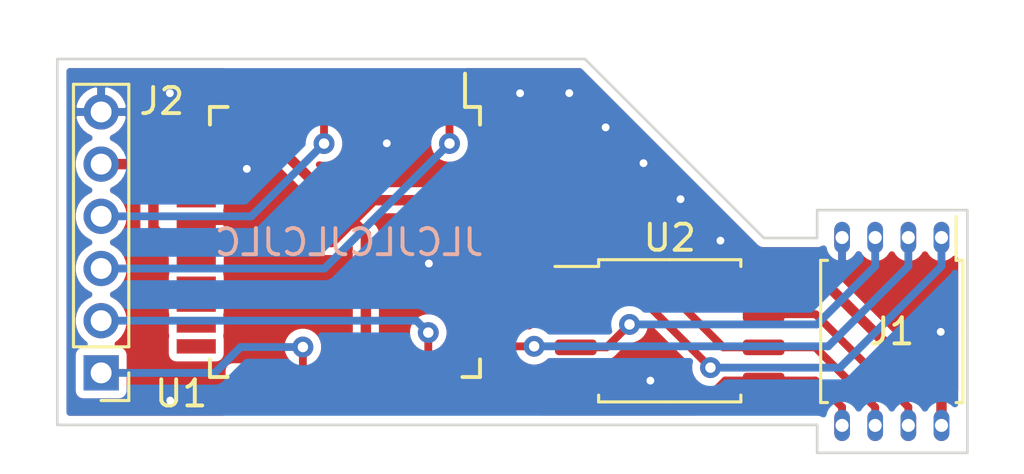
<source format=kicad_pcb>
(kicad_pcb (version 20171130) (host pcbnew "(5.1.9)-1")

  (general
    (thickness 1.6)
    (drawings 11)
    (tracks 98)
    (zones 0)
    (modules 4)
    (nets 39)
  )

  (page A4)
  (layers
    (0 F.Cu signal)
    (31 B.Cu signal)
    (32 B.Adhes user)
    (33 F.Adhes user)
    (34 B.Paste user)
    (35 F.Paste user)
    (36 B.SilkS user)
    (37 F.SilkS user)
    (38 B.Mask user)
    (39 F.Mask user)
    (40 Dwgs.User user)
    (41 Cmts.User user)
    (42 Eco1.User user)
    (43 Eco2.User user)
    (44 Edge.Cuts user)
    (45 Margin user)
    (46 B.CrtYd user)
    (47 F.CrtYd user)
    (48 B.Fab user)
    (49 F.Fab user)
  )

  (setup
    (last_trace_width 0.3)
    (user_trace_width 0.3)
    (user_trace_width 0.4)
    (trace_clearance 0.2)
    (zone_clearance 0.35)
    (zone_45_only no)
    (trace_min 0.2)
    (via_size 0.8)
    (via_drill 0.4)
    (via_min_size 0.4)
    (via_min_drill 0.3)
    (uvia_size 0.3)
    (uvia_drill 0.1)
    (uvias_allowed no)
    (uvia_min_size 0.2)
    (uvia_min_drill 0.1)
    (edge_width 0.05)
    (segment_width 0.2)
    (pcb_text_width 0.3)
    (pcb_text_size 1.5 1.5)
    (mod_edge_width 0.12)
    (mod_text_size 1 1)
    (mod_text_width 0.15)
    (pad_size 1.524 1.524)
    (pad_drill 0.762)
    (pad_to_mask_clearance 0)
    (aux_axis_origin 0 0)
    (visible_elements 7FFFFFFF)
    (pcbplotparams
      (layerselection 0x010fc_ffffffff)
      (usegerberextensions false)
      (usegerberattributes true)
      (usegerberadvancedattributes true)
      (creategerberjobfile true)
      (excludeedgelayer true)
      (linewidth 0.100000)
      (plotframeref false)
      (viasonmask false)
      (mode 1)
      (useauxorigin false)
      (hpglpennumber 1)
      (hpglpenspeed 20)
      (hpglpendiameter 15.000000)
      (psnegative false)
      (psa4output false)
      (plotreference true)
      (plotvalue true)
      (plotinvisibletext false)
      (padsonsilk false)
      (subtractmaskfromsilk false)
      (outputformat 1)
      (mirror false)
      (drillshape 1)
      (scaleselection 1)
      (outputdirectory ""))
  )

  (net 0 "")
  (net 1 VCC)
  (net 2 /HOLD)
  (net 3 /SCLK)
  (net 4 /FROM_CPU)
  (net 5 GND)
  (net 6 /WP)
  (net 7 /TO_CPU)
  (net 8 /CS)
  (net 9 /TCK)
  (net 10 /TDO)
  (net 11 /TDI)
  (net 12 /TMS)
  (net 13 "Net-(U1-Pad2)")
  (net 14 "Net-(U1-Pad3)")
  (net 15 "Net-(U1-Pad5)")
  (net 16 "Net-(U1-Pad6)")
  (net 17 "Net-(U1-Pad8)")
  (net 18 "Net-(U1-Pad10)")
  (net 19 "Net-(U1-Pad12)")
  (net 20 "Net-(U1-Pad13)")
  (net 21 "Net-(U1-Pad14)")
  (net 22 "Net-(U1-Pad15)")
  (net 23 "Net-(U1-Pad18)")
  (net 24 "Net-(U1-Pad19)")
  (net 25 "Net-(U1-Pad20)")
  (net 26 "Net-(U1-Pad21)")
  (net 27 "Net-(U1-Pad22)")
  (net 28 "Net-(U1-Pad23)")
  (net 29 "Net-(U1-Pad25)")
  (net 30 "Net-(U1-Pad27)")
  (net 31 "Net-(U1-Pad28)")
  (net 32 "Net-(U1-Pad31)")
  (net 33 /FROM_FLASH)
  (net 34 "Net-(U1-Pad39)")
  (net 35 "Net-(U1-Pad40)")
  (net 36 "Net-(U1-Pad42)")
  (net 37 "Net-(U1-Pad43)")
  (net 38 "Net-(U1-Pad44)")

  (net_class Default "This is the default net class."
    (clearance 0.2)
    (trace_width 0.25)
    (via_dia 0.8)
    (via_drill 0.4)
    (uvia_dia 0.3)
    (uvia_drill 0.1)
    (add_net /CS)
    (add_net /FROM_CPU)
    (add_net /FROM_FLASH)
    (add_net /HOLD)
    (add_net /SCLK)
    (add_net /TCK)
    (add_net /TDI)
    (add_net /TDO)
    (add_net /TMS)
    (add_net /TO_CPU)
    (add_net /WP)
    (add_net GND)
    (add_net "Net-(U1-Pad10)")
    (add_net "Net-(U1-Pad12)")
    (add_net "Net-(U1-Pad13)")
    (add_net "Net-(U1-Pad14)")
    (add_net "Net-(U1-Pad15)")
    (add_net "Net-(U1-Pad18)")
    (add_net "Net-(U1-Pad19)")
    (add_net "Net-(U1-Pad2)")
    (add_net "Net-(U1-Pad20)")
    (add_net "Net-(U1-Pad21)")
    (add_net "Net-(U1-Pad22)")
    (add_net "Net-(U1-Pad23)")
    (add_net "Net-(U1-Pad25)")
    (add_net "Net-(U1-Pad27)")
    (add_net "Net-(U1-Pad28)")
    (add_net "Net-(U1-Pad3)")
    (add_net "Net-(U1-Pad31)")
    (add_net "Net-(U1-Pad39)")
    (add_net "Net-(U1-Pad40)")
    (add_net "Net-(U1-Pad42)")
    (add_net "Net-(U1-Pad43)")
    (add_net "Net-(U1-Pad44)")
    (add_net "Net-(U1-Pad5)")
    (add_net "Net-(U1-Pad6)")
    (add_net "Net-(U1-Pad8)")
    (add_net VCC)
  )

  (module Package_SO_Custom:SOIC-8-PAD_5.23x5.23mm_P1.27mm (layer F.Cu) (tedit 60449212) (tstamp 604482F5)
    (at 175.006 101.8032 270)
    (descr "SOIC, 8 Pin (http://www.winbond.com/resource-files/w25q32jv%20revg%2003272018%20plus.pdf#page=68), generated with kicad-footprint-generator ipc_gullwing_generator.py")
    (tags "SOIC SO")
    (path /6045B8D9)
    (attr smd)
    (fp_text reference J1 (at 0.00254 -0.00508 180) (layer F.SilkS)
      (effects (font (size 1 1) (thickness 0.15)))
    )
    (fp_text value SOIC8-PAD (at -0.0254 -3.81 90) (layer F.Fab) hide
      (effects (font (size 1 1) (thickness 0.15)))
    )
    (fp_line (start 4.65 -2.86) (end -4.65 -2.86) (layer F.CrtYd) (width 0.05))
    (fp_line (start 4.65 2.86) (end 4.65 -2.86) (layer F.CrtYd) (width 0.05))
    (fp_line (start -4.65 2.86) (end 4.65 2.86) (layer F.CrtYd) (width 0.05))
    (fp_line (start -4.65 -2.86) (end -4.65 2.86) (layer F.CrtYd) (width 0.05))
    (fp_line (start -2.615 -1.615) (end -1.615 -2.615) (layer F.Fab) (width 0.1))
    (fp_line (start -2.615 2.615) (end -2.615 -1.615) (layer F.Fab) (width 0.1))
    (fp_line (start 2.615 2.615) (end -2.615 2.615) (layer F.Fab) (width 0.1))
    (fp_line (start 2.615 -2.615) (end 2.615 2.615) (layer F.Fab) (width 0.1))
    (fp_line (start -1.615 -2.615) (end 2.615 -2.615) (layer F.Fab) (width 0.1))
    (fp_line (start -2.725 -2.465) (end -4.4 -2.465) (layer F.SilkS) (width 0.12))
    (fp_line (start -2.725 -2.725) (end -2.725 -2.465) (layer F.SilkS) (width 0.12))
    (fp_line (start 0 -2.725) (end -2.725 -2.725) (layer F.SilkS) (width 0.12))
    (fp_line (start 2.725 -2.725) (end 2.725 -2.465) (layer F.SilkS) (width 0.12))
    (fp_line (start 0 -2.725) (end 2.725 -2.725) (layer F.SilkS) (width 0.12))
    (fp_line (start -2.725 2.725) (end -2.725 2.465) (layer F.SilkS) (width 0.12))
    (fp_line (start 0 2.725) (end -2.725 2.725) (layer F.SilkS) (width 0.12))
    (fp_line (start 2.725 2.725) (end 2.725 2.465) (layer F.SilkS) (width 0.12))
    (fp_line (start 0 2.725) (end 2.725 2.725) (layer F.SilkS) (width 0.12))
    (fp_text user %R (at 0 0 180) (layer F.Fab)
      (effects (font (size 1 1) (thickness 0.15)))
    )
    (pad 8 thru_hole oval (at 3.6 -1.905 270) (size 1.2 0.6) (drill 0.5) (layers *.Cu *.Mask)
      (net 1 VCC))
    (pad 7 thru_hole oval (at 3.6 -0.635 270) (size 1.2 0.6) (drill 0.5) (layers *.Cu *.Mask)
      (net 2 /HOLD))
    (pad 6 thru_hole oval (at 3.6 0.635 270) (size 1.2 0.6) (drill 0.5) (layers *.Cu *.Mask)
      (net 3 /SCLK))
    (pad 5 thru_hole oval (at 3.6 1.905 270) (size 1.2 0.6) (drill 0.5) (layers *.Cu *.Mask)
      (net 4 /FROM_CPU))
    (pad 4 thru_hole oval (at -3.6 1.905 270) (size 1.2 0.6) (drill 0.5) (layers *.Cu *.Mask)
      (net 5 GND))
    (pad 3 thru_hole oval (at -3.6 0.635 270) (size 1.2 0.6) (drill 0.5) (layers *.Cu *.Mask)
      (net 6 /WP))
    (pad 2 thru_hole oval (at -3.6 -0.635 270) (size 1.2 0.6) (drill 0.5) (layers *.Cu *.Mask)
      (net 7 /TO_CPU))
    (pad 1 thru_hole oval (at -3.6 -1.905 270) (size 1.2 0.6) (drill 0.5) (layers *.Cu *.Mask)
      (net 8 /CS))
    (model ${KISYS3DMOD}/Package_SO.3dshapes/SOIC-8_5.23x5.23mm_P1.27mm.wrl
      (at (xyz 0 0 0))
      (scale (xyz 1 1 1))
      (rotate (xyz 0 0 0))
    )
  )

  (module Connector_PinHeader_2.00mm:PinHeader_1x06_P2.00mm_Vertical (layer F.Cu) (tedit 59FED667) (tstamp 6044830F)
    (at 144.70634 103.3907 180)
    (descr "Through hole straight pin header, 1x06, 2.00mm pitch, single row")
    (tags "Through hole pin header THT 1x06 2.00mm single row")
    (path /604AF206)
    (fp_text reference J2 (at -2.32664 10.41146) (layer F.SilkS)
      (effects (font (size 1 1) (thickness 0.15)))
    )
    (fp_text value Conn_01x06 (at 2.66192 5.0038 90) (layer F.Fab) hide
      (effects (font (size 1 1) (thickness 0.15)))
    )
    (fp_line (start 1.5 -1.5) (end -1.5 -1.5) (layer F.CrtYd) (width 0.05))
    (fp_line (start 1.5 11.5) (end 1.5 -1.5) (layer F.CrtYd) (width 0.05))
    (fp_line (start -1.5 11.5) (end 1.5 11.5) (layer F.CrtYd) (width 0.05))
    (fp_line (start -1.5 -1.5) (end -1.5 11.5) (layer F.CrtYd) (width 0.05))
    (fp_line (start -1.06 -1.06) (end 0 -1.06) (layer F.SilkS) (width 0.12))
    (fp_line (start -1.06 0) (end -1.06 -1.06) (layer F.SilkS) (width 0.12))
    (fp_line (start -1.06 1) (end 1.06 1) (layer F.SilkS) (width 0.12))
    (fp_line (start 1.06 1) (end 1.06 11.06) (layer F.SilkS) (width 0.12))
    (fp_line (start -1.06 1) (end -1.06 11.06) (layer F.SilkS) (width 0.12))
    (fp_line (start -1.06 11.06) (end 1.06 11.06) (layer F.SilkS) (width 0.12))
    (fp_line (start -1 -0.5) (end -0.5 -1) (layer F.Fab) (width 0.1))
    (fp_line (start -1 11) (end -1 -0.5) (layer F.Fab) (width 0.1))
    (fp_line (start 1 11) (end -1 11) (layer F.Fab) (width 0.1))
    (fp_line (start 1 -1) (end 1 11) (layer F.Fab) (width 0.1))
    (fp_line (start -0.5 -1) (end 1 -1) (layer F.Fab) (width 0.1))
    (fp_text user %R (at 0 5 90) (layer F.Fab)
      (effects (font (size 1 1) (thickness 0.15)))
    )
    (pad 6 thru_hole oval (at 0 10 180) (size 1.35 1.35) (drill 0.8) (layers *.Cu *.Mask)
      (net 5 GND))
    (pad 5 thru_hole oval (at 0 8 180) (size 1.35 1.35) (drill 0.8) (layers *.Cu *.Mask)
      (net 1 VCC))
    (pad 4 thru_hole oval (at 0 6 180) (size 1.35 1.35) (drill 0.8) (layers *.Cu *.Mask)
      (net 12 /TMS))
    (pad 3 thru_hole oval (at 0 4 180) (size 1.35 1.35) (drill 0.8) (layers *.Cu *.Mask)
      (net 11 /TDI))
    (pad 2 thru_hole oval (at 0 2 180) (size 1.35 1.35) (drill 0.8) (layers *.Cu *.Mask)
      (net 10 /TDO))
    (pad 1 thru_hole rect (at 0 0 180) (size 1.35 1.35) (drill 0.8) (layers *.Cu *.Mask)
      (net 9 /TCK))
    (model ${KISYS3DMOD}/Connector_PinHeader_2.00mm.3dshapes/PinHeader_1x06_P2.00mm_Vertical.wrl
      (at (xyz 0 0 0))
      (scale (xyz 1 1 1))
      (rotate (xyz 0 0 0))
    )
  )

  (module Package_QFP:TQFP-44_10x10mm_P0.8mm (layer F.Cu) (tedit 5A02F146) (tstamp 6045D55F)
    (at 154.051 98.3742 270)
    (descr "44-Lead Plastic Thin Quad Flatpack (PT) - 10x10x1.0 mm Body [TQFP] (see Microchip Packaging Specification 00000049BS.pdf)")
    (tags "QFP 0.8")
    (path /604D86E6)
    (attr smd)
    (fp_text reference U1 (at 5.80898 6.27888 180) (layer F.SilkS)
      (effects (font (size 1 1) (thickness 0.15)))
    )
    (fp_text value EPM3032ATC44-10_TQFP-44 (at -7.84606 0.02032 180) (layer F.Fab) hide
      (effects (font (size 1 1) (thickness 0.15)))
    )
    (fp_line (start -5.175 -4.6) (end -6.45 -4.6) (layer F.SilkS) (width 0.15))
    (fp_line (start 5.175 -5.175) (end 4.5 -5.175) (layer F.SilkS) (width 0.15))
    (fp_line (start 5.175 5.175) (end 4.5 5.175) (layer F.SilkS) (width 0.15))
    (fp_line (start -5.175 5.175) (end -4.5 5.175) (layer F.SilkS) (width 0.15))
    (fp_line (start -5.175 -5.175) (end -4.5 -5.175) (layer F.SilkS) (width 0.15))
    (fp_line (start -5.175 5.175) (end -5.175 4.5) (layer F.SilkS) (width 0.15))
    (fp_line (start 5.175 5.175) (end 5.175 4.5) (layer F.SilkS) (width 0.15))
    (fp_line (start 5.175 -5.175) (end 5.175 -4.5) (layer F.SilkS) (width 0.15))
    (fp_line (start -5.175 -5.175) (end -5.175 -4.6) (layer F.SilkS) (width 0.15))
    (fp_line (start -6.7 6.7) (end 6.7 6.7) (layer F.CrtYd) (width 0.05))
    (fp_line (start -6.7 -6.7) (end 6.7 -6.7) (layer F.CrtYd) (width 0.05))
    (fp_line (start 6.7 -6.7) (end 6.7 6.7) (layer F.CrtYd) (width 0.05))
    (fp_line (start -6.7 -6.7) (end -6.7 6.7) (layer F.CrtYd) (width 0.05))
    (fp_line (start -5 -4) (end -4 -5) (layer F.Fab) (width 0.15))
    (fp_line (start -5 5) (end -5 -4) (layer F.Fab) (width 0.15))
    (fp_line (start 5 5) (end -5 5) (layer F.Fab) (width 0.15))
    (fp_line (start 5 -5) (end 5 5) (layer F.Fab) (width 0.15))
    (fp_line (start -4 -5) (end 5 -5) (layer F.Fab) (width 0.15))
    (fp_text user %R (at 0 0 180) (layer F.Fab)
      (effects (font (size 1 1) (thickness 0.15)))
    )
    (pad 44 smd rect (at -4 -5.7) (size 1.5 0.55) (layers F.Cu F.Paste F.Mask)
      (net 38 "Net-(U1-Pad44)"))
    (pad 43 smd rect (at -3.2 -5.7) (size 1.5 0.55) (layers F.Cu F.Paste F.Mask)
      (net 37 "Net-(U1-Pad43)"))
    (pad 42 smd rect (at -2.4 -5.7) (size 1.5 0.55) (layers F.Cu F.Paste F.Mask)
      (net 36 "Net-(U1-Pad42)"))
    (pad 41 smd rect (at -1.6 -5.7) (size 1.5 0.55) (layers F.Cu F.Paste F.Mask)
      (net 1 VCC))
    (pad 40 smd rect (at -0.8 -5.7) (size 1.5 0.55) (layers F.Cu F.Paste F.Mask)
      (net 35 "Net-(U1-Pad40)"))
    (pad 39 smd rect (at 0 -5.7) (size 1.5 0.55) (layers F.Cu F.Paste F.Mask)
      (net 34 "Net-(U1-Pad39)"))
    (pad 38 smd rect (at 0.8 -5.7) (size 1.5 0.55) (layers F.Cu F.Paste F.Mask)
      (net 3 /SCLK))
    (pad 37 smd rect (at 1.6 -5.7) (size 1.5 0.55) (layers F.Cu F.Paste F.Mask)
      (net 8 /CS))
    (pad 36 smd rect (at 2.4 -5.7) (size 1.5 0.55) (layers F.Cu F.Paste F.Mask)
      (net 5 GND))
    (pad 35 smd rect (at 3.2 -5.7) (size 1.5 0.55) (layers F.Cu F.Paste F.Mask)
      (net 33 /FROM_FLASH))
    (pad 34 smd rect (at 4 -5.7) (size 1.5 0.55) (layers F.Cu F.Paste F.Mask)
      (net 7 /TO_CPU))
    (pad 33 smd rect (at 5.7 -4 270) (size 1.5 0.55) (layers F.Cu F.Paste F.Mask)
      (net 4 /FROM_CPU))
    (pad 32 smd rect (at 5.7 -3.2 270) (size 1.5 0.55) (layers F.Cu F.Paste F.Mask)
      (net 10 /TDO))
    (pad 31 smd rect (at 5.7 -2.4 270) (size 1.5 0.55) (layers F.Cu F.Paste F.Mask)
      (net 32 "Net-(U1-Pad31)"))
    (pad 30 smd rect (at 5.7 -1.6 270) (size 1.5 0.55) (layers F.Cu F.Paste F.Mask)
      (net 5 GND))
    (pad 29 smd rect (at 5.7 -0.8 270) (size 1.5 0.55) (layers F.Cu F.Paste F.Mask)
      (net 1 VCC))
    (pad 28 smd rect (at 5.7 0 270) (size 1.5 0.55) (layers F.Cu F.Paste F.Mask)
      (net 31 "Net-(U1-Pad28)"))
    (pad 27 smd rect (at 5.7 0.8 270) (size 1.5 0.55) (layers F.Cu F.Paste F.Mask)
      (net 30 "Net-(U1-Pad27)"))
    (pad 26 smd rect (at 5.7 1.6 270) (size 1.5 0.55) (layers F.Cu F.Paste F.Mask)
      (net 9 /TCK))
    (pad 25 smd rect (at 5.7 2.4 270) (size 1.5 0.55) (layers F.Cu F.Paste F.Mask)
      (net 29 "Net-(U1-Pad25)"))
    (pad 24 smd rect (at 5.7 3.2 270) (size 1.5 0.55) (layers F.Cu F.Paste F.Mask)
      (net 5 GND))
    (pad 23 smd rect (at 5.7 4 270) (size 1.5 0.55) (layers F.Cu F.Paste F.Mask)
      (net 28 "Net-(U1-Pad23)"))
    (pad 22 smd rect (at 4 5.7) (size 1.5 0.55) (layers F.Cu F.Paste F.Mask)
      (net 27 "Net-(U1-Pad22)"))
    (pad 21 smd rect (at 3.2 5.7) (size 1.5 0.55) (layers F.Cu F.Paste F.Mask)
      (net 26 "Net-(U1-Pad21)"))
    (pad 20 smd rect (at 2.4 5.7) (size 1.5 0.55) (layers F.Cu F.Paste F.Mask)
      (net 25 "Net-(U1-Pad20)"))
    (pad 19 smd rect (at 1.6 5.7) (size 1.5 0.55) (layers F.Cu F.Paste F.Mask)
      (net 24 "Net-(U1-Pad19)"))
    (pad 18 smd rect (at 0.8 5.7) (size 1.5 0.55) (layers F.Cu F.Paste F.Mask)
      (net 23 "Net-(U1-Pad18)"))
    (pad 17 smd rect (at 0 5.7) (size 1.5 0.55) (layers F.Cu F.Paste F.Mask)
      (net 1 VCC))
    (pad 16 smd rect (at -0.8 5.7) (size 1.5 0.55) (layers F.Cu F.Paste F.Mask)
      (net 5 GND))
    (pad 15 smd rect (at -1.6 5.7) (size 1.5 0.55) (layers F.Cu F.Paste F.Mask)
      (net 22 "Net-(U1-Pad15)"))
    (pad 14 smd rect (at -2.4 5.7) (size 1.5 0.55) (layers F.Cu F.Paste F.Mask)
      (net 21 "Net-(U1-Pad14)"))
    (pad 13 smd rect (at -3.2 5.7) (size 1.5 0.55) (layers F.Cu F.Paste F.Mask)
      (net 20 "Net-(U1-Pad13)"))
    (pad 12 smd rect (at -4 5.7) (size 1.5 0.55) (layers F.Cu F.Paste F.Mask)
      (net 19 "Net-(U1-Pad12)"))
    (pad 11 smd rect (at -5.7 4 270) (size 1.5 0.55) (layers F.Cu F.Paste F.Mask)
      (net 5 GND))
    (pad 10 smd rect (at -5.7 3.2 270) (size 1.5 0.55) (layers F.Cu F.Paste F.Mask)
      (net 18 "Net-(U1-Pad10)"))
    (pad 9 smd rect (at -5.7 2.4 270) (size 1.5 0.55) (layers F.Cu F.Paste F.Mask)
      (net 1 VCC))
    (pad 8 smd rect (at -5.7 1.6 270) (size 1.5 0.55) (layers F.Cu F.Paste F.Mask)
      (net 17 "Net-(U1-Pad8)"))
    (pad 7 smd rect (at -5.7 0.8 270) (size 1.5 0.55) (layers F.Cu F.Paste F.Mask)
      (net 12 /TMS))
    (pad 6 smd rect (at -5.7 0 270) (size 1.5 0.55) (layers F.Cu F.Paste F.Mask)
      (net 16 "Net-(U1-Pad6)"))
    (pad 5 smd rect (at -5.7 -0.8 270) (size 1.5 0.55) (layers F.Cu F.Paste F.Mask)
      (net 15 "Net-(U1-Pad5)"))
    (pad 4 smd rect (at -5.7 -1.6 270) (size 1.5 0.55) (layers F.Cu F.Paste F.Mask)
      (net 5 GND))
    (pad 3 smd rect (at -5.7 -2.4 270) (size 1.5 0.55) (layers F.Cu F.Paste F.Mask)
      (net 14 "Net-(U1-Pad3)"))
    (pad 2 smd rect (at -5.7 -3.2 270) (size 1.5 0.55) (layers F.Cu F.Paste F.Mask)
      (net 13 "Net-(U1-Pad2)"))
    (pad 1 smd rect (at -5.7 -4 270) (size 1.5 0.55) (layers F.Cu F.Paste F.Mask)
      (net 11 /TDI))
    (model ${KISYS3DMOD}/Package_QFP.3dshapes/TQFP-44_10x10mm_P0.8mm.wrl
      (at (xyz 0 0 0))
      (scale (xyz 1 1 1))
      (rotate (xyz 0 0 0))
    )
  )

  (module Package_SO:SOIC-8_5.23x5.23mm_P1.27mm (layer F.Cu) (tedit 5D9F72B1) (tstamp 60448371)
    (at 166.497 101.7778)
    (descr "SOIC, 8 Pin (http://www.winbond.com/resource-files/w25q32jv%20revg%2003272018%20plus.pdf#page=68), generated with kicad-footprint-generator ipc_gullwing_generator.py")
    (tags "SOIC SO")
    (path /6045C85F)
    (attr smd)
    (fp_text reference U2 (at 0 -3.56) (layer F.SilkS)
      (effects (font (size 1 1) (thickness 0.15)))
    )
    (fp_text value W25Q128JVS (at 0.00508 4.39674) (layer F.Fab) hide
      (effects (font (size 1 1) (thickness 0.15)))
    )
    (fp_line (start 4.65 -2.86) (end -4.65 -2.86) (layer F.CrtYd) (width 0.05))
    (fp_line (start 4.65 2.86) (end 4.65 -2.86) (layer F.CrtYd) (width 0.05))
    (fp_line (start -4.65 2.86) (end 4.65 2.86) (layer F.CrtYd) (width 0.05))
    (fp_line (start -4.65 -2.86) (end -4.65 2.86) (layer F.CrtYd) (width 0.05))
    (fp_line (start -2.615 -1.615) (end -1.615 -2.615) (layer F.Fab) (width 0.1))
    (fp_line (start -2.615 2.615) (end -2.615 -1.615) (layer F.Fab) (width 0.1))
    (fp_line (start 2.615 2.615) (end -2.615 2.615) (layer F.Fab) (width 0.1))
    (fp_line (start 2.615 -2.615) (end 2.615 2.615) (layer F.Fab) (width 0.1))
    (fp_line (start -1.615 -2.615) (end 2.615 -2.615) (layer F.Fab) (width 0.1))
    (fp_line (start -2.725 -2.465) (end -4.4 -2.465) (layer F.SilkS) (width 0.12))
    (fp_line (start -2.725 -2.725) (end -2.725 -2.465) (layer F.SilkS) (width 0.12))
    (fp_line (start 0 -2.725) (end -2.725 -2.725) (layer F.SilkS) (width 0.12))
    (fp_line (start 2.725 -2.725) (end 2.725 -2.465) (layer F.SilkS) (width 0.12))
    (fp_line (start 0 -2.725) (end 2.725 -2.725) (layer F.SilkS) (width 0.12))
    (fp_line (start -2.725 2.725) (end -2.725 2.465) (layer F.SilkS) (width 0.12))
    (fp_line (start 0 2.725) (end -2.725 2.725) (layer F.SilkS) (width 0.12))
    (fp_line (start 2.725 2.725) (end 2.725 2.465) (layer F.SilkS) (width 0.12))
    (fp_line (start 0 2.725) (end 2.725 2.725) (layer F.SilkS) (width 0.12))
    (fp_text user %R (at 0 0) (layer F.Fab)
      (effects (font (size 1 1) (thickness 0.15)))
    )
    (pad 8 smd roundrect (at 3.6 -1.905) (size 1.6 0.6) (layers F.Cu F.Paste F.Mask) (roundrect_rratio 0.25)
      (net 1 VCC))
    (pad 7 smd roundrect (at 3.6 -0.635) (size 1.6 0.6) (layers F.Cu F.Paste F.Mask) (roundrect_rratio 0.25)
      (net 2 /HOLD))
    (pad 6 smd roundrect (at 3.6 0.635) (size 1.6 0.6) (layers F.Cu F.Paste F.Mask) (roundrect_rratio 0.25)
      (net 3 /SCLK))
    (pad 5 smd roundrect (at 3.6 1.905) (size 1.6 0.6) (layers F.Cu F.Paste F.Mask) (roundrect_rratio 0.25)
      (net 4 /FROM_CPU))
    (pad 4 smd roundrect (at -3.6 1.905) (size 1.6 0.6) (layers F.Cu F.Paste F.Mask) (roundrect_rratio 0.25)
      (net 5 GND))
    (pad 3 smd roundrect (at -3.6 0.635) (size 1.6 0.6) (layers F.Cu F.Paste F.Mask) (roundrect_rratio 0.25)
      (net 6 /WP))
    (pad 2 smd roundrect (at -3.6 -0.635) (size 1.6 0.6) (layers F.Cu F.Paste F.Mask) (roundrect_rratio 0.25)
      (net 33 /FROM_FLASH))
    (pad 1 smd roundrect (at -3.6 -1.905) (size 1.6 0.6) (layers F.Cu F.Paste F.Mask) (roundrect_rratio 0.25)
      (net 8 /CS))
    (model ${KISYS3DMOD}/Package_SO.3dshapes/SOIC-8_5.23x5.23mm_P1.27mm.wrl
      (at (xyz 0 0 0))
      (scale (xyz 1 1 1))
      (rotate (xyz 0 0 0))
    )
  )

  (gr_line (start 163.24326 91.36126) (end 143.0274 91.36126) (layer Edge.Cuts) (width 0.1) (tstamp 604AF02B))
  (gr_line (start 170.1038 98.2218) (end 163.24326 91.36126) (layer Edge.Cuts) (width 0.1))
  (gr_line (start 143.0274 105.3846) (end 143.0274 91.36126) (layer Edge.Cuts) (width 0.1) (tstamp 604AEF7F))
  (gr_text JLCJLCJLCJLC (at 154.20848 98.3869) (layer B.SilkS)
    (effects (font (size 1 1) (thickness 0.15)) (justify mirror))
  )
  (gr_line (start 172.14596 105.3846) (end 172.14596 106.45394) (layer Edge.Cuts) (width 0.1) (tstamp 6045D269))
  (gr_line (start 143.0274 105.3846) (end 172.14596 105.3846) (layer Edge.Cuts) (width 0.1))
  (gr_line (start 177.9016 106.45394) (end 172.14596 106.45394) (layer Edge.Cuts) (width 0.1))
  (gr_line (start 177.9016 97.15246) (end 177.9016 106.45394) (layer Edge.Cuts) (width 0.1))
  (gr_line (start 172.14596 97.15246) (end 177.9016 97.15246) (layer Edge.Cuts) (width 0.1) (tstamp 6045D1DF))
  (gr_line (start 172.14596 98.2218) (end 172.14596 97.15246) (layer Edge.Cuts) (width 0.1))
  (gr_line (start 170.1038 98.2218) (end 172.14596 98.2218) (layer Edge.Cuts) (width 0.1))

  (segment (start 148.351 98.3742) (end 153.54046 98.3742) (width 0.4) (layer F.Cu) (net 1))
  (segment (start 155.14046 96.7742) (end 159.751 96.7742) (width 0.4) (layer F.Cu) (net 1))
  (segment (start 154.851 98.08454) (end 154.34056 97.5741) (width 0.4) (layer F.Cu) (net 1))
  (segment (start 154.851 104.0742) (end 154.851 98.08454) (width 0.4) (layer F.Cu) (net 1))
  (segment (start 154.34056 97.5741) (end 155.14046 96.7742) (width 0.4) (layer F.Cu) (net 1))
  (segment (start 153.54046 98.3742) (end 154.34056 97.5741) (width 0.4) (layer F.Cu) (net 1))
  (segment (start 151.651 94.88454) (end 154.34056 97.5741) (width 0.4) (layer F.Cu) (net 1))
  (segment (start 151.651 92.6742) (end 151.651 94.88454) (width 0.4) (layer F.Cu) (net 1))
  (segment (start 159.751 96.7742) (end 164.55156 96.7742) (width 0.4) (layer F.Cu) (net 1))
  (segment (start 167.65016 99.8728) (end 170.097 99.8728) (width 0.4) (layer F.Cu) (net 1))
  (segment (start 164.55156 96.7742) (end 167.65016 99.8728) (width 0.4) (layer F.Cu) (net 1))
  (segment (start 176.911 104.4032) (end 176.911 105.4032) (width 0.4) (layer F.Cu) (net 1))
  (segment (start 172.3806 99.8728) (end 176.911 104.4032) (width 0.4) (layer F.Cu) (net 1))
  (segment (start 170.097 99.8728) (end 172.3806 99.8728) (width 0.4) (layer F.Cu) (net 1))
  (segment (start 148.351 98.3742) (end 147.23872 98.3742) (width 0.4) (layer F.Cu) (net 1))
  (segment (start 147.23872 98.3742) (end 146.7104 97.84588) (width 0.4) (layer F.Cu) (net 1))
  (segment (start 146.7104 97.84588) (end 146.7104 96.16186) (width 0.4) (layer F.Cu) (net 1))
  (segment (start 145.93924 95.3907) (end 144.70634 95.3907) (width 0.4) (layer F.Cu) (net 1))
  (segment (start 146.7104 96.16186) (end 145.93924 95.3907) (width 0.4) (layer F.Cu) (net 1))
  (segment (start 170.097 101.1428) (end 172.085 101.1428) (width 0.3) (layer F.Cu) (net 2))
  (segment (start 175.641 104.6988) (end 175.641 105.4032) (width 0.3) (layer F.Cu) (net 2))
  (segment (start 172.085 101.1428) (end 175.641 104.6988) (width 0.3) (layer F.Cu) (net 2))
  (segment (start 170.097 102.4128) (end 172.07738 102.4128) (width 0.3) (layer F.Cu) (net 3))
  (segment (start 174.371 104.70642) (end 174.371 105.4032) (width 0.3) (layer F.Cu) (net 3))
  (segment (start 172.07738 102.4128) (end 174.371 104.70642) (width 0.3) (layer F.Cu) (net 3))
  (segment (start 168.5544 102.4128) (end 170.097 102.4128) (width 0.3) (layer F.Cu) (net 3))
  (segment (start 164.75202 98.61042) (end 168.5544 102.4128) (width 0.3) (layer F.Cu) (net 3))
  (segment (start 161.7091 98.61042) (end 164.75202 98.61042) (width 0.3) (layer F.Cu) (net 3))
  (segment (start 161.14532 99.1742) (end 161.7091 98.61042) (width 0.3) (layer F.Cu) (net 3))
  (segment (start 159.751 99.1742) (end 161.14532 99.1742) (width 0.3) (layer F.Cu) (net 3))
  (segment (start 170.097 103.6828) (end 172.08246 103.6828) (width 0.3) (layer F.Cu) (net 4))
  (segment (start 173.101 104.70134) (end 173.101 105.4032) (width 0.3) (layer F.Cu) (net 4))
  (segment (start 172.08246 103.6828) (end 173.101 104.70134) (width 0.3) (layer F.Cu) (net 4))
  (segment (start 168.62552 103.6828) (end 170.097 103.6828) (width 0.3) (layer F.Cu) (net 4))
  (segment (start 167.43172 104.8766) (end 168.62552 103.6828) (width 0.3) (layer F.Cu) (net 4))
  (segment (start 161.63798 104.8766) (end 167.43172 104.8766) (width 0.3) (layer F.Cu) (net 4))
  (segment (start 160.83558 104.0742) (end 161.63798 104.8766) (width 0.3) (layer F.Cu) (net 4))
  (segment (start 158.051 104.0742) (end 160.83558 104.0742) (width 0.3) (layer F.Cu) (net 4))
  (via (at 147.34032 92.6719) (size 0.6) (drill 0.3) (layers F.Cu B.Cu) (net 5))
  (via (at 160.76168 92.67444) (size 0.6) (drill 0.3) (layers F.Cu B.Cu) (net 5))
  (via (at 155.65374 94.59214) (size 0.6) (drill 0.3) (layers F.Cu B.Cu) (net 5))
  (via (at 157.26664 99.1997) (size 0.6) (drill 0.3) (layers F.Cu B.Cu) (net 5))
  (via (at 165.75532 103.68788) (size 0.6) (drill 0.3) (layers F.Cu B.Cu) (net 5))
  (via (at 176.88306 101.81844) (size 0.6) (drill 0.3) (layers F.Cu B.Cu) (net 5))
  (via (at 162.64636 92.66936) (size 0.6) (drill 0.3) (layers F.Cu B.Cu) (net 5))
  (via (at 164.04082 93.98254) (size 0.6) (drill 0.3) (layers F.Cu B.Cu) (net 5))
  (via (at 165.49116 95.35414) (size 0.6) (drill 0.3) (layers F.Cu B.Cu) (net 5))
  (via (at 166.91102 96.73336) (size 0.6) (drill 0.3) (layers F.Cu B.Cu) (net 5))
  (via (at 168.4401 98.3234) (size 0.6) (drill 0.3) (layers F.Cu B.Cu) (net 5))
  (via (at 150.28926 95.57258) (size 0.6) (drill 0.3) (layers F.Cu B.Cu) (net 5))
  (via (at 147.35302 104.45242) (size 0.6) (drill 0.3) (layers F.Cu B.Cu) (net 5))
  (segment (start 174.371 98.2032) (end 174.371 99.3013) (width 0.3) (layer B.Cu) (net 6))
  (segment (start 174.371 99.3013) (end 172.13834 101.53396) (width 0.3) (layer B.Cu) (net 6))
  (segment (start 172.13834 101.53396) (end 164.95522 101.53396) (width 0.3) (layer B.Cu) (net 6))
  (via (at 164.95522 101.53396) (size 0.8) (drill 0.4) (layers F.Cu B.Cu) (net 6))
  (segment (start 164.07638 102.4128) (end 162.897 102.4128) (width 0.3) (layer F.Cu) (net 6))
  (segment (start 164.95522 101.53396) (end 164.07638 102.4128) (width 0.3) (layer F.Cu) (net 6))
  (via (at 161.30016 102.37216) (size 0.8) (drill 0.4) (layers F.Cu B.Cu) (net 7))
  (segment (start 159.75304 102.37216) (end 159.751 102.3742) (width 0.3) (layer F.Cu) (net 7))
  (segment (start 159.751 102.3742) (end 161.30016 102.3742) (width 0.3) (layer F.Cu) (net 7))
  (segment (start 172.57268 102.37216) (end 175.641 99.30384) (width 0.3) (layer B.Cu) (net 7))
  (segment (start 175.641 99.30384) (end 175.641 98.2032) (width 0.3) (layer B.Cu) (net 7))
  (segment (start 161.30016 102.37216) (end 172.57268 102.37216) (width 0.3) (layer B.Cu) (net 7))
  (segment (start 161.41446 99.8728) (end 162.897 99.8728) (width 0.3) (layer F.Cu) (net 8))
  (segment (start 161.24702 99.9742) (end 161.41446 99.8728) (width 0.3) (layer F.Cu) (net 8))
  (segment (start 159.751 99.9742) (end 161.24702 99.9742) (width 0.3) (layer F.Cu) (net 8))
  (segment (start 176.911 98.2032) (end 176.911 99.3013) (width 0.3) (layer B.Cu) (net 8))
  (segment (start 176.911 99.3013) (end 173.02226 103.19004) (width 0.3) (layer B.Cu) (net 8))
  (via (at 168.058064 103.189594) (size 0.8) (drill 0.4) (layers F.Cu B.Cu) (net 8))
  (segment (start 168.05851 103.19004) (end 168.058064 103.189594) (width 0.3) (layer B.Cu) (net 8))
  (segment (start 173.02226 103.19004) (end 168.05851 103.19004) (width 0.3) (layer B.Cu) (net 8))
  (segment (start 164.74127 99.8728) (end 168.058064 103.189594) (width 0.3) (layer F.Cu) (net 8))
  (segment (start 162.897 99.8728) (end 164.74127 99.8728) (width 0.3) (layer F.Cu) (net 8))
  (segment (start 144.70634 103.3907) (end 149.03704 103.3907) (width 0.3) (layer B.Cu) (net 9))
  (segment (start 149.03704 103.3907) (end 149.0599 103.3907) (width 0.3) (layer B.Cu) (net 9))
  (segment (start 149.0599 103.3907) (end 150.0505 102.4001) (width 0.3) (layer B.Cu) (net 9))
  (via (at 152.4381 102.4001) (size 0.8) (drill 0.4) (layers F.Cu B.Cu) (net 9))
  (segment (start 150.0505 102.4001) (end 152.4381 102.4001) (width 0.3) (layer B.Cu) (net 9))
  (segment (start 152.4381 104.0613) (end 152.451 104.0742) (width 0.3) (layer F.Cu) (net 9))
  (segment (start 152.4381 102.4001) (end 152.4381 104.0613) (width 0.3) (layer F.Cu) (net 9))
  (via (at 157.24378 101.84638) (size 0.8) (drill 0.4) (layers F.Cu B.Cu) (net 10))
  (segment (start 156.7881 101.3907) (end 157.24378 101.84638) (width 0.3) (layer B.Cu) (net 10))
  (segment (start 144.70634 101.3907) (end 156.7881 101.3907) (width 0.3) (layer B.Cu) (net 10))
  (segment (start 157.24378 104.06698) (end 157.251 104.0742) (width 0.3) (layer F.Cu) (net 10))
  (segment (start 157.24378 101.84638) (end 157.24378 104.06698) (width 0.3) (layer F.Cu) (net 10))
  (via (at 158.05658 94.59976) (size 0.8) (drill 0.4) (layers F.Cu B.Cu) (net 11))
  (segment (start 153.26564 99.3907) (end 158.05658 94.59976) (width 0.3) (layer B.Cu) (net 11))
  (segment (start 144.70634 99.3907) (end 153.26564 99.3907) (width 0.3) (layer B.Cu) (net 11))
  (segment (start 158.05658 92.67978) (end 158.051 92.6742) (width 0.3) (layer F.Cu) (net 11))
  (segment (start 158.05658 94.59976) (end 158.05658 92.67978) (width 0.3) (layer F.Cu) (net 11))
  (segment (start 144.70634 97.3907) (end 150.45996 97.3907) (width 0.3) (layer B.Cu) (net 12))
  (via (at 153.24836 94.6023) (size 0.8) (drill 0.4) (layers F.Cu B.Cu) (net 12))
  (segment (start 150.45996 97.3907) (end 153.24836 94.6023) (width 0.3) (layer B.Cu) (net 12))
  (segment (start 153.24836 92.67684) (end 153.251 92.6742) (width 0.3) (layer F.Cu) (net 12))
  (segment (start 153.24836 94.6023) (end 153.24836 92.67684) (width 0.3) (layer F.Cu) (net 12))
  (segment (start 159.751 101.5742) (end 161.11514 101.5742) (width 0.3) (layer F.Cu) (net 33))
  (segment (start 161.54654 101.1428) (end 162.897 101.1428) (width 0.3) (layer F.Cu) (net 33))
  (segment (start 161.11514 101.5742) (end 161.54654 101.1428) (width 0.3) (layer F.Cu) (net 33))

  (zone (net 5) (net_name GND) (layer F.Cu) (tstamp 0) (hatch edge 0.508)
    (connect_pads (clearance 0.3))
    (min_thickness 0.254)
    (fill yes (arc_segments 32) (thermal_gap 0.3) (thermal_bridge_width 0.3))
    (polygon
      (pts
        (xy 180.07838 107.28198) (xy 140.8303 107.28198) (xy 140.8303 89.10066) (xy 180.07838 89.10066)
      )
    )
    (filled_polygon
      (pts
        (xy 149.355178 91.840493) (xy 149.346934 91.9242) (xy 149.349 92.54445) (xy 149.45575 92.6512) (xy 150.028 92.6512)
        (xy 150.028 92.6312) (xy 150.074 92.6312) (xy 150.074 92.6512) (xy 150.094 92.6512) (xy 150.094 92.6972)
        (xy 150.074 92.6972) (xy 150.074 93.74445) (xy 150.18075 93.8512) (xy 150.326 93.853266) (xy 150.409707 93.845022)
        (xy 150.451 93.832495) (xy 150.492293 93.845022) (xy 150.576 93.853266) (xy 151.024001 93.853266) (xy 151.024001 94.853736)
        (xy 151.020967 94.88454) (xy 151.033073 95.007452) (xy 151.055638 95.081839) (xy 151.068926 95.125643) (xy 151.127148 95.234568)
        (xy 151.2055 95.330041) (xy 151.229423 95.349674) (xy 153.453848 97.5741) (xy 153.280749 97.7472) (xy 149.528615 97.7472)
        (xy 149.528 97.70395) (xy 149.42125 97.5972) (xy 148.374 97.5972) (xy 148.374 97.6172) (xy 148.328 97.6172)
        (xy 148.328 97.5972) (xy 148.308 97.5972) (xy 148.308 97.5512) (xy 148.328 97.5512) (xy 148.328 97.5312)
        (xy 148.374 97.5312) (xy 148.374 97.5512) (xy 149.42125 97.5512) (xy 149.528 97.44445) (xy 149.530066 97.2992)
        (xy 149.521822 97.215493) (xy 149.509295 97.1742) (xy 149.521822 97.132907) (xy 149.530066 97.0492) (xy 149.530066 96.4992)
        (xy 149.521822 96.415493) (xy 149.509295 96.3742) (xy 149.521822 96.332907) (xy 149.530066 96.2492) (xy 149.530066 95.6992)
        (xy 149.521822 95.615493) (xy 149.509295 95.5742) (xy 149.521822 95.532907) (xy 149.530066 95.4492) (xy 149.530066 94.8992)
        (xy 149.521822 94.815493) (xy 149.509295 94.7742) (xy 149.521822 94.732907) (xy 149.530066 94.6492) (xy 149.530066 94.0992)
        (xy 149.521822 94.015493) (xy 149.497405 93.935004) (xy 149.457755 93.860824) (xy 149.404395 93.795805) (xy 149.339376 93.742445)
        (xy 149.265196 93.702795) (xy 149.184707 93.678378) (xy 149.101 93.670134) (xy 147.601 93.670134) (xy 147.517293 93.678378)
        (xy 147.436804 93.702795) (xy 147.362624 93.742445) (xy 147.297605 93.795805) (xy 147.244245 93.860824) (xy 147.204595 93.935004)
        (xy 147.180178 94.015493) (xy 147.171934 94.0992) (xy 147.171934 94.6492) (xy 147.180178 94.732907) (xy 147.192705 94.7742)
        (xy 147.180178 94.815493) (xy 147.171934 94.8992) (xy 147.171934 95.4492) (xy 147.180178 95.532907) (xy 147.192705 95.5742)
        (xy 147.180178 95.615493) (xy 147.171934 95.6992) (xy 147.171934 95.735895) (xy 147.155901 95.716359) (xy 147.131978 95.696726)
        (xy 146.404378 94.969127) (xy 146.384741 94.945199) (xy 146.289268 94.866847) (xy 146.180343 94.808625) (xy 146.062153 94.772773)
        (xy 145.970034 94.7637) (xy 145.93924 94.760667) (xy 145.908446 94.7637) (xy 145.612756 94.7637) (xy 145.562319 94.688216)
        (xy 145.408824 94.534721) (xy 145.228333 94.41412) (xy 145.165028 94.387898) (xy 145.30162 94.318088) (xy 145.471106 94.184135)
        (xy 145.611203 94.019691) (xy 145.716526 93.831075) (xy 145.783028 93.625536) (xy 145.790938 93.58577) (xy 145.706793 93.4242)
        (xy 149.346934 93.4242) (xy 149.355178 93.507907) (xy 149.379595 93.588396) (xy 149.419245 93.662576) (xy 149.472605 93.727595)
        (xy 149.537624 93.780955) (xy 149.611804 93.820605) (xy 149.692293 93.845022) (xy 149.776 93.853266) (xy 149.92125 93.8512)
        (xy 150.028 93.74445) (xy 150.028 92.6972) (xy 149.45575 92.6972) (xy 149.349 92.80395) (xy 149.346934 93.4242)
        (xy 145.706793 93.4242) (xy 145.701324 93.4137) (xy 144.72934 93.4137) (xy 144.72934 93.4337) (xy 144.68334 93.4337)
        (xy 144.68334 93.4137) (xy 143.711356 93.4137) (xy 143.621742 93.58577) (xy 143.629652 93.625536) (xy 143.696154 93.831075)
        (xy 143.801477 94.019691) (xy 143.941574 94.184135) (xy 144.11106 94.318088) (xy 144.247652 94.387898) (xy 144.184347 94.41412)
        (xy 144.003856 94.534721) (xy 143.850361 94.688216) (xy 143.72976 94.868707) (xy 143.646689 95.069258) (xy 143.60434 95.282162)
        (xy 143.60434 95.499238) (xy 143.646689 95.712142) (xy 143.72976 95.912693) (xy 143.850361 96.093184) (xy 144.003856 96.246679)
        (xy 144.184347 96.36728) (xy 144.240888 96.3907) (xy 144.184347 96.41412) (xy 144.003856 96.534721) (xy 143.850361 96.688216)
        (xy 143.72976 96.868707) (xy 143.646689 97.069258) (xy 143.60434 97.282162) (xy 143.60434 97.499238) (xy 143.646689 97.712142)
        (xy 143.72976 97.912693) (xy 143.850361 98.093184) (xy 144.003856 98.246679) (xy 144.184347 98.36728) (xy 144.240888 98.3907)
        (xy 144.184347 98.41412) (xy 144.003856 98.534721) (xy 143.850361 98.688216) (xy 143.72976 98.868707) (xy 143.646689 99.069258)
        (xy 143.60434 99.282162) (xy 143.60434 99.499238) (xy 143.646689 99.712142) (xy 143.72976 99.912693) (xy 143.850361 100.093184)
        (xy 144.003856 100.246679) (xy 144.184347 100.36728) (xy 144.240888 100.3907) (xy 144.184347 100.41412) (xy 144.003856 100.534721)
        (xy 143.850361 100.688216) (xy 143.72976 100.868707) (xy 143.646689 101.069258) (xy 143.60434 101.282162) (xy 143.60434 101.499238)
        (xy 143.646689 101.712142) (xy 143.72976 101.912693) (xy 143.850361 102.093184) (xy 144.003856 102.246679) (xy 144.063653 102.286634)
        (xy 144.03134 102.286634) (xy 143.947633 102.294878) (xy 143.867144 102.319295) (xy 143.792964 102.358945) (xy 143.727945 102.412305)
        (xy 143.674585 102.477324) (xy 143.634935 102.551504) (xy 143.610518 102.631993) (xy 143.602274 102.7157) (xy 143.602274 104.0657)
        (xy 143.610518 104.149407) (xy 143.634935 104.229896) (xy 143.674585 104.304076) (xy 143.727945 104.369095) (xy 143.792964 104.422455)
        (xy 143.867144 104.462105) (xy 143.947633 104.486522) (xy 144.03134 104.494766) (xy 145.38134 104.494766) (xy 145.465047 104.486522)
        (xy 145.545536 104.462105) (xy 145.619716 104.422455) (xy 145.684735 104.369095) (xy 145.738095 104.304076) (xy 145.777745 104.229896)
        (xy 145.802162 104.149407) (xy 145.810406 104.0657) (xy 145.810406 102.7157) (xy 145.802162 102.631993) (xy 145.777745 102.551504)
        (xy 145.738095 102.477324) (xy 145.684735 102.412305) (xy 145.619716 102.358945) (xy 145.545536 102.319295) (xy 145.465047 102.294878)
        (xy 145.38134 102.286634) (xy 145.349027 102.286634) (xy 145.408824 102.246679) (xy 145.562319 102.093184) (xy 145.68292 101.912693)
        (xy 145.765991 101.712142) (xy 145.80834 101.499238) (xy 145.80834 101.282162) (xy 145.765991 101.069258) (xy 145.68292 100.868707)
        (xy 145.562319 100.688216) (xy 145.408824 100.534721) (xy 145.228333 100.41412) (xy 145.171792 100.3907) (xy 145.228333 100.36728)
        (xy 145.408824 100.246679) (xy 145.562319 100.093184) (xy 145.68292 99.912693) (xy 145.765991 99.712142) (xy 145.80834 99.499238)
        (xy 145.80834 99.282162) (xy 145.765991 99.069258) (xy 145.68292 98.868707) (xy 145.562319 98.688216) (xy 145.408824 98.534721)
        (xy 145.228333 98.41412) (xy 145.171792 98.3907) (xy 145.228333 98.36728) (xy 145.408824 98.246679) (xy 145.562319 98.093184)
        (xy 145.68292 97.912693) (xy 145.765991 97.712142) (xy 145.80834 97.499238) (xy 145.80834 97.282162) (xy 145.765991 97.069258)
        (xy 145.68292 96.868707) (xy 145.562319 96.688216) (xy 145.408824 96.534721) (xy 145.228333 96.41412) (xy 145.171792 96.3907)
        (xy 145.228333 96.36728) (xy 145.408824 96.246679) (xy 145.562319 96.093184) (xy 145.612756 96.0177) (xy 145.679529 96.0177)
        (xy 146.083401 96.421573) (xy 146.0834 97.815086) (xy 146.080367 97.84588) (xy 146.0834 97.876673) (xy 146.092473 97.968792)
        (xy 146.128325 98.086982) (xy 146.186547 98.195907) (xy 146.264899 98.291381) (xy 146.288827 98.311018) (xy 146.773586 98.795778)
        (xy 146.793219 98.819701) (xy 146.888692 98.898053) (xy 146.997617 98.956275) (xy 147.115807 98.992127) (xy 147.171934 98.997655)
        (xy 147.171934 99.4492) (xy 147.180178 99.532907) (xy 147.192705 99.5742) (xy 147.180178 99.615493) (xy 147.171934 99.6992)
        (xy 147.171934 100.2492) (xy 147.180178 100.332907) (xy 147.192705 100.3742) (xy 147.180178 100.415493) (xy 147.171934 100.4992)
        (xy 147.171934 101.0492) (xy 147.180178 101.132907) (xy 147.192705 101.1742) (xy 147.180178 101.215493) (xy 147.171934 101.2992)
        (xy 147.171934 101.8492) (xy 147.180178 101.932907) (xy 147.192705 101.9742) (xy 147.180178 102.015493) (xy 147.171934 102.0992)
        (xy 147.171934 102.6492) (xy 147.180178 102.732907) (xy 147.204595 102.813396) (xy 147.244245 102.887576) (xy 147.297605 102.952595)
        (xy 147.362624 103.005955) (xy 147.436804 103.045605) (xy 147.517293 103.070022) (xy 147.601 103.078266) (xy 149.101 103.078266)
        (xy 149.184707 103.070022) (xy 149.265196 103.045605) (xy 149.339376 103.005955) (xy 149.404395 102.952595) (xy 149.457755 102.887576)
        (xy 149.497405 102.813396) (xy 149.521822 102.732907) (xy 149.530066 102.6492) (xy 149.530066 102.0992) (xy 149.521822 102.015493)
        (xy 149.509295 101.9742) (xy 149.521822 101.932907) (xy 149.530066 101.8492) (xy 149.530066 101.2992) (xy 149.521822 101.215493)
        (xy 149.509295 101.1742) (xy 149.521822 101.132907) (xy 149.530066 101.0492) (xy 149.530066 100.4992) (xy 149.521822 100.415493)
        (xy 149.509295 100.3742) (xy 149.521822 100.332907) (xy 149.530066 100.2492) (xy 149.530066 99.6992) (xy 149.521822 99.615493)
        (xy 149.509295 99.5742) (xy 149.521822 99.532907) (xy 149.530066 99.4492) (xy 149.530066 99.0012) (xy 153.509666 99.0012)
        (xy 153.54046 99.004233) (xy 153.571254 99.0012) (xy 153.663373 98.992127) (xy 153.781563 98.956275) (xy 153.890488 98.898053)
        (xy 153.985961 98.819701) (xy 154.005598 98.795773) (xy 154.224001 98.57737) (xy 154.224 102.895134) (xy 153.776 102.895134)
        (xy 153.692293 102.903378) (xy 153.651 102.915905) (xy 153.609707 102.903378) (xy 153.526 102.895134) (xy 153.101952 102.895134)
        (xy 153.170977 102.791831) (xy 153.233318 102.641327) (xy 153.2651 102.481552) (xy 153.2651 102.318648) (xy 153.233318 102.158873)
        (xy 153.170977 102.008369) (xy 153.080472 101.872919) (xy 152.965281 101.757728) (xy 152.829831 101.667223) (xy 152.679327 101.604882)
        (xy 152.519552 101.5731) (xy 152.356648 101.5731) (xy 152.196873 101.604882) (xy 152.046369 101.667223) (xy 151.910919 101.757728)
        (xy 151.795728 101.872919) (xy 151.705223 102.008369) (xy 151.642882 102.158873) (xy 151.6111 102.318648) (xy 151.6111 102.481552)
        (xy 151.642882 102.641327) (xy 151.705223 102.791831) (xy 151.774248 102.895134) (xy 151.376 102.895134) (xy 151.292293 102.903378)
        (xy 151.251 102.915905) (xy 151.209707 102.903378) (xy 151.126 102.895134) (xy 150.98075 102.8972) (xy 150.874 103.00395)
        (xy 150.874 104.0512) (xy 150.894 104.0512) (xy 150.894 104.0972) (xy 150.874 104.0972) (xy 150.874 104.1172)
        (xy 150.828 104.1172) (xy 150.828 104.0972) (xy 150.808 104.0972) (xy 150.808 104.0512) (xy 150.828 104.0512)
        (xy 150.828 103.00395) (xy 150.72125 102.8972) (xy 150.576 102.895134) (xy 150.492293 102.903378) (xy 150.451 102.915905)
        (xy 150.409707 102.903378) (xy 150.326 102.895134) (xy 149.776 102.895134) (xy 149.692293 102.903378) (xy 149.611804 102.927795)
        (xy 149.537624 102.967445) (xy 149.472605 103.020805) (xy 149.419245 103.085824) (xy 149.379595 103.160004) (xy 149.355178 103.240493)
        (xy 149.346934 103.3242) (xy 149.346934 104.8242) (xy 149.355148 104.9076) (xy 143.5044 104.9076) (xy 143.5044 93.19563)
        (xy 143.621742 93.19563) (xy 143.711356 93.3677) (xy 144.68334 93.3677) (xy 144.68334 92.395689) (xy 144.72934 92.395689)
        (xy 144.72934 93.3677) (xy 145.701324 93.3677) (xy 145.790938 93.19563) (xy 145.783028 93.155864) (xy 145.716526 92.950325)
        (xy 145.611203 92.761709) (xy 145.471106 92.597265) (xy 145.30162 92.463312) (xy 145.109257 92.364998) (xy 144.90141 92.306101)
        (xy 144.72934 92.395689) (xy 144.68334 92.395689) (xy 144.51127 92.306101) (xy 144.303423 92.364998) (xy 144.11106 92.463312)
        (xy 143.941574 92.597265) (xy 143.801477 92.761709) (xy 143.696154 92.950325) (xy 143.629652 93.155864) (xy 143.621742 93.19563)
        (xy 143.5044 93.19563) (xy 143.5044 91.83826) (xy 149.355855 91.83826)
      )
    )
    (filled_polygon
      (pts
        (xy 158.571934 97.8492) (xy 158.580178 97.932907) (xy 158.592705 97.9742) (xy 158.580178 98.015493) (xy 158.571934 98.0992)
        (xy 158.571934 98.6492) (xy 158.580178 98.732907) (xy 158.592705 98.7742) (xy 158.580178 98.815493) (xy 158.571934 98.8992)
        (xy 158.571934 99.4492) (xy 158.580178 99.532907) (xy 158.592705 99.5742) (xy 158.580178 99.615493) (xy 158.571934 99.6992)
        (xy 158.571934 100.2492) (xy 158.580178 100.332907) (xy 158.592705 100.3742) (xy 158.580178 100.415493) (xy 158.571934 100.4992)
        (xy 158.574 100.64445) (xy 158.68075 100.7512) (xy 159.728 100.7512) (xy 159.728 100.7312) (xy 159.774 100.7312)
        (xy 159.774 100.7512) (xy 160.82125 100.7512) (xy 160.928 100.64445) (xy 160.929326 100.5512) (xy 161.205788 100.5512)
        (xy 161.221211 100.553416) (xy 161.262475 100.5512) (xy 161.275356 100.5512) (xy 161.290799 100.549679) (xy 161.334706 100.547321)
        (xy 161.347245 100.544119) (xy 161.360132 100.54285) (xy 161.402234 100.530079) (xy 161.444831 100.519202) (xy 161.456503 100.513616)
        (xy 161.468896 100.509857) (xy 161.507698 100.489117) (xy 161.521672 100.48243) (xy 161.532671 100.475769) (xy 161.569135 100.456279)
        (xy 161.57703 100.4498) (xy 161.85891 100.4498) (xy 161.925288 100.504276) (xy 161.931881 100.5078) (xy 161.925288 100.511324)
        (xy 161.85891 100.5658) (xy 161.574871 100.5658) (xy 161.54654 100.56301) (xy 161.518209 100.5658) (xy 161.518204 100.5658)
        (xy 161.491426 100.568437) (xy 161.433428 100.574149) (xy 161.378741 100.590739) (xy 161.324664 100.607143) (xy 161.224425 100.660721)
        (xy 161.136566 100.732826) (xy 161.118501 100.754838) (xy 160.92858 100.944759) (xy 160.928 100.90395) (xy 160.82125 100.7972)
        (xy 159.774 100.7972) (xy 159.774 100.8172) (xy 159.728 100.8172) (xy 159.728 100.7972) (xy 158.68075 100.7972)
        (xy 158.574 100.90395) (xy 158.571934 101.0492) (xy 158.580178 101.132907) (xy 158.592705 101.1742) (xy 158.580178 101.215493)
        (xy 158.571934 101.2992) (xy 158.571934 101.8492) (xy 158.580178 101.932907) (xy 158.592705 101.9742) (xy 158.580178 102.015493)
        (xy 158.571934 102.0992) (xy 158.571934 102.6492) (xy 158.580178 102.732907) (xy 158.604595 102.813396) (xy 158.644245 102.887576)
        (xy 158.697605 102.952595) (xy 158.762624 103.005955) (xy 158.836804 103.045605) (xy 158.917293 103.070022) (xy 159.001 103.078266)
        (xy 160.501 103.078266) (xy 160.584707 103.070022) (xy 160.665196 103.045605) (xy 160.739376 103.005955) (xy 160.753121 102.994674)
        (xy 160.772979 103.014532) (xy 160.908429 103.105037) (xy 161.058933 103.167378) (xy 161.218708 103.19916) (xy 161.381612 103.19916)
        (xy 161.541387 103.167378) (xy 161.691891 103.105037) (xy 161.827341 103.014532) (xy 161.855155 102.986718) (xy 161.885542 103.011657)
        (xy 161.858624 103.026045) (xy 161.793605 103.079405) (xy 161.740245 103.144424) (xy 161.700595 103.218604) (xy 161.676178 103.299093)
        (xy 161.667934 103.3828) (xy 161.67 103.55305) (xy 161.77675 103.6598) (xy 162.874 103.6598) (xy 162.874 103.6398)
        (xy 162.92 103.6398) (xy 162.92 103.6598) (xy 164.01725 103.6598) (xy 164.124 103.55305) (xy 164.126066 103.3828)
        (xy 164.117822 103.299093) (xy 164.093405 103.218604) (xy 164.053755 103.144424) (xy 164.000395 103.079405) (xy 163.935376 103.026045)
        (xy 163.908458 103.011657) (xy 163.93509 102.9898) (xy 164.048049 102.9898) (xy 164.07638 102.99259) (xy 164.104711 102.9898)
        (xy 164.104716 102.9898) (xy 164.134425 102.986874) (xy 164.189491 102.981451) (xy 164.234764 102.967717) (xy 164.298256 102.948457)
        (xy 164.398495 102.894879) (xy 164.486354 102.822774) (xy 164.504419 102.800762) (xy 164.944221 102.36096) (xy 165.036672 102.36096)
        (xy 165.196447 102.329178) (xy 165.346951 102.266837) (xy 165.482401 102.176332) (xy 165.597592 102.061141) (xy 165.688097 101.925691)
        (xy 165.750438 101.775187) (xy 165.763249 101.710781) (xy 167.231064 103.178596) (xy 167.231064 103.271046) (xy 167.262846 103.430821)
        (xy 167.325187 103.581325) (xy 167.415692 103.716775) (xy 167.530883 103.831966) (xy 167.608494 103.883824) (xy 167.192719 104.2996)
        (xy 163.984061 104.2996) (xy 164.000395 104.286195) (xy 164.053755 104.221176) (xy 164.093405 104.146996) (xy 164.117822 104.066507)
        (xy 164.126066 103.9828) (xy 164.124 103.81255) (xy 164.01725 103.7058) (xy 162.92 103.7058) (xy 162.92 103.7258)
        (xy 162.874 103.7258) (xy 162.874 103.7058) (xy 161.77675 103.7058) (xy 161.67 103.81255) (xy 161.667934 103.9828)
        (xy 161.676178 104.066507) (xy 161.690239 104.112857) (xy 161.263617 103.686236) (xy 161.245554 103.664226) (xy 161.157695 103.592121)
        (xy 161.057456 103.538543) (xy 160.99335 103.519097) (xy 160.948691 103.505549) (xy 160.893625 103.500126) (xy 160.863916 103.4972)
        (xy 160.863911 103.4972) (xy 160.83558 103.49441) (xy 160.807249 103.4972) (xy 158.755066 103.4972) (xy 158.755066 103.3242)
        (xy 158.746822 103.240493) (xy 158.722405 103.160004) (xy 158.682755 103.085824) (xy 158.629395 103.020805) (xy 158.564376 102.967445)
        (xy 158.490196 102.927795) (xy 158.409707 102.903378) (xy 158.326 102.895134) (xy 157.82078 102.895134) (xy 157.82078 102.438933)
        (xy 157.886152 102.373561) (xy 157.976657 102.238111) (xy 158.038998 102.087607) (xy 158.07078 101.927832) (xy 158.07078 101.764928)
        (xy 158.038998 101.605153) (xy 157.976657 101.454649) (xy 157.886152 101.319199) (xy 157.770961 101.204008) (xy 157.635511 101.113503)
        (xy 157.485007 101.051162) (xy 157.325232 101.01938) (xy 157.162328 101.01938) (xy 157.002553 101.051162) (xy 156.852049 101.113503)
        (xy 156.716599 101.204008) (xy 156.601408 101.319199) (xy 156.510903 101.454649) (xy 156.448562 101.605153) (xy 156.41678 101.764928)
        (xy 156.41678 101.927832) (xy 156.448562 102.087607) (xy 156.510903 102.238111) (xy 156.601408 102.373561) (xy 156.66678 102.438933)
        (xy 156.66678 102.895134) (xy 156.176 102.895134) (xy 156.092293 102.903378) (xy 156.051 102.915905) (xy 156.009707 102.903378)
        (xy 155.926 102.895134) (xy 155.78075 102.8972) (xy 155.674 103.00395) (xy 155.674 104.0512) (xy 155.694 104.0512)
        (xy 155.694 104.0972) (xy 155.674 104.0972) (xy 155.674 104.1172) (xy 155.628 104.1172) (xy 155.628 104.0972)
        (xy 155.608 104.0972) (xy 155.608 104.0512) (xy 155.628 104.0512) (xy 155.628 103.00395) (xy 155.52125 102.8972)
        (xy 155.478 102.896585) (xy 155.478 98.115333) (xy 155.481033 98.084539) (xy 155.468927 97.961627) (xy 155.460215 97.932907)
        (xy 155.433075 97.843437) (xy 155.374853 97.734512) (xy 155.296501 97.639039) (xy 155.272578 97.619406) (xy 155.227272 97.5741)
        (xy 155.400172 97.4012) (xy 158.571934 97.4012)
      )
    )
    (filled_polygon
      (pts
        (xy 169.74995 98.54253) (xy 169.764879 98.560721) (xy 169.78307 98.57565) (xy 169.783072 98.575652) (xy 169.809328 98.5972)
        (xy 169.837511 98.620329) (xy 169.920377 98.664622) (xy 170.010292 98.691897) (xy 170.080377 98.6988) (xy 170.080385 98.6988)
        (xy 170.1038 98.701106) (xy 170.127215 98.6988) (xy 172.122537 98.6988) (xy 172.14596 98.701107) (xy 172.169382 98.6988)
        (xy 172.169383 98.6988) (xy 172.239468 98.691897) (xy 172.329383 98.664622) (xy 172.38798 98.633301) (xy 172.392456 98.667589)
        (xy 172.438141 98.80266) (xy 172.509299 98.926223) (xy 172.603196 99.03353) (xy 172.716223 99.120457) (xy 172.844037 99.183663)
        (xy 172.964612 99.217292) (xy 173.078 99.123023) (xy 173.078 98.2262) (xy 173.058 98.2262) (xy 173.058 98.1802)
        (xy 173.078 98.1802) (xy 173.078 98.1602) (xy 173.124 98.1602) (xy 173.124 98.1802) (xy 173.144 98.1802)
        (xy 173.144 98.2262) (xy 173.124 98.2262) (xy 173.124 99.123023) (xy 173.237388 99.217292) (xy 173.357963 99.183663)
        (xy 173.485777 99.120457) (xy 173.598804 99.03353) (xy 173.692701 98.926223) (xy 173.73423 98.85411) (xy 173.763597 98.909052)
        (xy 173.854446 99.019753) (xy 173.965147 99.110603) (xy 174.091443 99.17811) (xy 174.228483 99.21968) (xy 174.371 99.233717)
        (xy 174.513516 99.21968) (xy 174.650556 99.17811) (xy 174.776852 99.110603) (xy 174.887553 99.019754) (xy 174.978403 98.909053)
        (xy 175.006 98.857422) (xy 175.033597 98.909052) (xy 175.124446 99.019753) (xy 175.235147 99.110603) (xy 175.361443 99.17811)
        (xy 175.498483 99.21968) (xy 175.641 99.233717) (xy 175.783516 99.21968) (xy 175.920556 99.17811) (xy 176.046852 99.110603)
        (xy 176.157553 99.019754) (xy 176.248403 98.909053) (xy 176.276 98.857422) (xy 176.303597 98.909052) (xy 176.394446 99.019753)
        (xy 176.505147 99.110603) (xy 176.631443 99.17811) (xy 176.768483 99.21968) (xy 176.911 99.233717) (xy 177.053516 99.21968)
        (xy 177.190556 99.17811) (xy 177.316852 99.110603) (xy 177.4246 99.022177) (xy 177.424601 104.040679) (xy 177.356501 103.957699)
        (xy 177.332579 103.938067) (xy 172.845738 99.451227) (xy 172.826101 99.427299) (xy 172.730628 99.348947) (xy 172.621703 99.290725)
        (xy 172.503513 99.254873) (xy 172.411394 99.2458) (xy 172.3806 99.242767) (xy 172.349806 99.2458) (xy 171.074166 99.2458)
        (xy 171.068712 99.241324) (xy 170.968599 99.187813) (xy 170.85997 99.154861) (xy 170.747 99.143734) (xy 169.447 99.143734)
        (xy 169.33403 99.154861) (xy 169.225401 99.187813) (xy 169.125288 99.241324) (xy 169.119834 99.2458) (xy 167.909872 99.2458)
        (xy 165.016698 96.352627) (xy 164.997061 96.328699) (xy 164.901588 96.250347) (xy 164.792663 96.192125) (xy 164.674473 96.156273)
        (xy 164.582354 96.1472) (xy 164.55156 96.144167) (xy 164.520766 96.1472) (xy 160.930066 96.1472) (xy 160.930066 95.6992)
        (xy 160.921822 95.615493) (xy 160.909295 95.5742) (xy 160.921822 95.532907) (xy 160.930066 95.4492) (xy 160.930066 94.8992)
        (xy 160.921822 94.815493) (xy 160.909295 94.7742) (xy 160.921822 94.732907) (xy 160.930066 94.6492) (xy 160.930066 94.0992)
        (xy 160.921822 94.015493) (xy 160.897405 93.935004) (xy 160.857755 93.860824) (xy 160.804395 93.795805) (xy 160.739376 93.742445)
        (xy 160.665196 93.702795) (xy 160.584707 93.678378) (xy 160.501 93.670134) (xy 159.001 93.670134) (xy 158.917293 93.678378)
        (xy 158.836804 93.702795) (xy 158.762624 93.742445) (xy 158.697605 93.795805) (xy 158.644245 93.860824) (xy 158.63358 93.880777)
        (xy 158.63358 93.722496) (xy 158.682755 93.662576) (xy 158.722405 93.588396) (xy 158.746822 93.507907) (xy 158.755066 93.4242)
        (xy 158.755066 91.9242) (xy 158.746822 91.840493) (xy 158.746145 91.83826) (xy 163.045681 91.83826)
      )
    )
    (filled_polygon
      (pts
        (xy 155.674 92.6512) (xy 155.694 92.6512) (xy 155.694 92.6972) (xy 155.674 92.6972) (xy 155.674 93.74445)
        (xy 155.78075 93.8512) (xy 155.926 93.853266) (xy 156.009707 93.845022) (xy 156.051 93.832495) (xy 156.092293 93.845022)
        (xy 156.176 93.853266) (xy 156.726 93.853266) (xy 156.809707 93.845022) (xy 156.851 93.832495) (xy 156.892293 93.845022)
        (xy 156.976 93.853266) (xy 157.47958 93.853266) (xy 157.47958 94.007207) (xy 157.414208 94.072579) (xy 157.323703 94.208029)
        (xy 157.261362 94.358533) (xy 157.22958 94.518308) (xy 157.22958 94.681212) (xy 157.261362 94.840987) (xy 157.323703 94.991491)
        (xy 157.414208 95.126941) (xy 157.529399 95.242132) (xy 157.664849 95.332637) (xy 157.815353 95.394978) (xy 157.975128 95.42676)
        (xy 158.138032 95.42676) (xy 158.297807 95.394978) (xy 158.448311 95.332637) (xy 158.571934 95.250035) (xy 158.571934 95.4492)
        (xy 158.580178 95.532907) (xy 158.592705 95.5742) (xy 158.580178 95.615493) (xy 158.571934 95.6992) (xy 158.571934 96.1472)
        (xy 155.171251 96.1472) (xy 155.140459 96.144167) (xy 155.109667 96.1472) (xy 155.109666 96.1472) (xy 155.017547 96.156273)
        (xy 154.899357 96.192125) (xy 154.790432 96.250347) (xy 154.694959 96.328699) (xy 154.675326 96.352622) (xy 154.34056 96.687388)
        (xy 153.061505 95.408334) (xy 153.166908 95.4293) (xy 153.329812 95.4293) (xy 153.489587 95.397518) (xy 153.640091 95.335177)
        (xy 153.775541 95.244672) (xy 153.890732 95.129481) (xy 153.981237 94.994031) (xy 154.043578 94.843527) (xy 154.07536 94.683752)
        (xy 154.07536 94.520848) (xy 154.043578 94.361073) (xy 153.981237 94.210569) (xy 153.890732 94.075119) (xy 153.82536 94.009747)
        (xy 153.82536 93.853266) (xy 154.326 93.853266) (xy 154.409707 93.845022) (xy 154.451 93.832495) (xy 154.492293 93.845022)
        (xy 154.576 93.853266) (xy 155.126 93.853266) (xy 155.209707 93.845022) (xy 155.251 93.832495) (xy 155.292293 93.845022)
        (xy 155.376 93.853266) (xy 155.52125 93.8512) (xy 155.628 93.74445) (xy 155.628 92.6972) (xy 155.608 92.6972)
        (xy 155.608 92.6512) (xy 155.628 92.6512) (xy 155.628 92.6312) (xy 155.674 92.6312)
      )
    )
  )
  (zone (net 5) (net_name GND) (layer B.Cu) (tstamp 0) (hatch edge 0.508)
    (connect_pads (clearance 0.3))
    (min_thickness 0.254)
    (fill yes (arc_segments 32) (thermal_gap 0.3) (thermal_bridge_width 0.3))
    (polygon
      (pts
        (xy 180.07838 107.28198) (xy 140.8303 107.28198) (xy 140.8303 89.10066) (xy 180.07838 89.10066)
      )
    )
    (filled_polygon
      (pts
        (xy 169.74995 98.54253) (xy 169.764879 98.560721) (xy 169.837511 98.620329) (xy 169.920377 98.664622) (xy 170.010292 98.691897)
        (xy 170.080377 98.6988) (xy 170.080385 98.6988) (xy 170.1038 98.701106) (xy 170.127215 98.6988) (xy 172.122537 98.6988)
        (xy 172.14596 98.701107) (xy 172.169382 98.6988) (xy 172.169383 98.6988) (xy 172.239468 98.691897) (xy 172.329383 98.664622)
        (xy 172.38798 98.633301) (xy 172.392456 98.667589) (xy 172.438141 98.80266) (xy 172.509299 98.926223) (xy 172.603196 99.03353)
        (xy 172.716223 99.120457) (xy 172.844037 99.183663) (xy 172.964612 99.217292) (xy 173.078 99.123023) (xy 173.078 98.2262)
        (xy 173.058 98.2262) (xy 173.058 98.1802) (xy 173.078 98.1802) (xy 173.078 98.1602) (xy 173.124 98.1602)
        (xy 173.124 98.1802) (xy 173.144 98.1802) (xy 173.144 98.2262) (xy 173.124 98.2262) (xy 173.124 99.123023)
        (xy 173.237388 99.217292) (xy 173.357963 99.183663) (xy 173.485777 99.120457) (xy 173.598804 99.03353) (xy 173.692701 98.926223)
        (xy 173.73423 98.85411) (xy 173.763597 98.909052) (xy 173.794001 98.946099) (xy 173.794001 99.062297) (xy 171.899339 100.95696)
        (xy 165.547773 100.95696) (xy 165.482401 100.891588) (xy 165.346951 100.801083) (xy 165.196447 100.738742) (xy 165.036672 100.70696)
        (xy 164.873768 100.70696) (xy 164.713993 100.738742) (xy 164.563489 100.801083) (xy 164.428039 100.891588) (xy 164.312848 101.006779)
        (xy 164.222343 101.142229) (xy 164.160002 101.292733) (xy 164.12822 101.452508) (xy 164.12822 101.615412) (xy 164.160002 101.775187)
        (xy 164.168275 101.79516) (xy 161.892713 101.79516) (xy 161.827341 101.729788) (xy 161.691891 101.639283) (xy 161.541387 101.576942)
        (xy 161.381612 101.54516) (xy 161.218708 101.54516) (xy 161.058933 101.576942) (xy 160.908429 101.639283) (xy 160.772979 101.729788)
        (xy 160.657788 101.844979) (xy 160.567283 101.980429) (xy 160.504942 102.130933) (xy 160.47316 102.290708) (xy 160.47316 102.453612)
        (xy 160.504942 102.613387) (xy 160.567283 102.763891) (xy 160.657788 102.899341) (xy 160.772979 103.014532) (xy 160.908429 103.105037)
        (xy 161.058933 103.167378) (xy 161.218708 103.19916) (xy 161.381612 103.19916) (xy 161.541387 103.167378) (xy 161.691891 103.105037)
        (xy 161.827341 103.014532) (xy 161.892713 102.94916) (xy 167.262688 102.94916) (xy 167.231064 103.108142) (xy 167.231064 103.271046)
        (xy 167.262846 103.430821) (xy 167.325187 103.581325) (xy 167.415692 103.716775) (xy 167.530883 103.831966) (xy 167.666333 103.922471)
        (xy 167.816837 103.984812) (xy 167.976612 104.016594) (xy 168.139516 104.016594) (xy 168.299291 103.984812) (xy 168.449795 103.922471)
        (xy 168.585245 103.831966) (xy 168.650171 103.76704) (xy 172.993929 103.76704) (xy 173.02226 103.76983) (xy 173.050591 103.76704)
        (xy 173.050596 103.76704) (xy 173.080305 103.764114) (xy 173.135371 103.758691) (xy 173.18003 103.745143) (xy 173.244136 103.725697)
        (xy 173.344375 103.672119) (xy 173.432234 103.600014) (xy 173.450299 103.578002) (xy 177.298962 99.729339) (xy 177.320974 99.711274)
        (xy 177.393079 99.623415) (xy 177.4246 99.564442) (xy 177.424601 104.584222) (xy 177.316853 104.495797) (xy 177.190557 104.42829)
        (xy 177.053517 104.38672) (xy 176.911 104.372683) (xy 176.768484 104.38672) (xy 176.631444 104.42829) (xy 176.505148 104.495797)
        (xy 176.394447 104.586646) (xy 176.303598 104.697347) (xy 176.276 104.748978) (xy 176.248403 104.697347) (xy 176.157554 104.586646)
        (xy 176.046853 104.495797) (xy 175.920557 104.42829) (xy 175.783517 104.38672) (xy 175.641 104.372683) (xy 175.498484 104.38672)
        (xy 175.361444 104.42829) (xy 175.235148 104.495797) (xy 175.124447 104.586646) (xy 175.033598 104.697347) (xy 175.006 104.748978)
        (xy 174.978403 104.697347) (xy 174.887554 104.586646) (xy 174.776853 104.495797) (xy 174.650557 104.42829) (xy 174.513517 104.38672)
        (xy 174.371 104.372683) (xy 174.228484 104.38672) (xy 174.091444 104.42829) (xy 173.965148 104.495797) (xy 173.854447 104.586646)
        (xy 173.763598 104.697347) (xy 173.736 104.748978) (xy 173.708403 104.697347) (xy 173.617554 104.586646) (xy 173.506853 104.495797)
        (xy 173.380557 104.42829) (xy 173.243517 104.38672) (xy 173.101 104.372683) (xy 172.958484 104.38672) (xy 172.821444 104.42829)
        (xy 172.695148 104.495797) (xy 172.584447 104.586646) (xy 172.493598 104.697347) (xy 172.42609 104.823643) (xy 172.38452 104.960683)
        (xy 172.383531 104.970721) (xy 172.329383 104.941778) (xy 172.239468 104.914503) (xy 172.169383 104.9076) (xy 172.169382 104.9076)
        (xy 172.14596 104.905293) (xy 172.122537 104.9076) (xy 143.5044 104.9076) (xy 143.5044 102.7157) (xy 143.602274 102.7157)
        (xy 143.602274 104.0657) (xy 143.610518 104.149407) (xy 143.634935 104.229896) (xy 143.674585 104.304076) (xy 143.727945 104.369095)
        (xy 143.792964 104.422455) (xy 143.867144 104.462105) (xy 143.947633 104.486522) (xy 144.03134 104.494766) (xy 145.38134 104.494766)
        (xy 145.465047 104.486522) (xy 145.545536 104.462105) (xy 145.619716 104.422455) (xy 145.684735 104.369095) (xy 145.738095 104.304076)
        (xy 145.777745 104.229896) (xy 145.802162 104.149407) (xy 145.810406 104.0657) (xy 145.810406 103.9677) (xy 149.031569 103.9677)
        (xy 149.0599 103.97049) (xy 149.088231 103.9677) (xy 149.088236 103.9677) (xy 149.117945 103.964774) (xy 149.173011 103.959351)
        (xy 149.21767 103.945803) (xy 149.281776 103.926357) (xy 149.382015 103.872779) (xy 149.469874 103.800674) (xy 149.487939 103.778662)
        (xy 150.289502 102.9771) (xy 151.845547 102.9771) (xy 151.910919 103.042472) (xy 152.046369 103.132977) (xy 152.196873 103.195318)
        (xy 152.356648 103.2271) (xy 152.519552 103.2271) (xy 152.679327 103.195318) (xy 152.829831 103.132977) (xy 152.965281 103.042472)
        (xy 153.080472 102.927281) (xy 153.170977 102.791831) (xy 153.233318 102.641327) (xy 153.2651 102.481552) (xy 153.2651 102.318648)
        (xy 153.233318 102.158873) (xy 153.170977 102.008369) (xy 153.143803 101.9677) (xy 156.42471 101.9677) (xy 156.448562 102.087607)
        (xy 156.510903 102.238111) (xy 156.601408 102.373561) (xy 156.716599 102.488752) (xy 156.852049 102.579257) (xy 157.002553 102.641598)
        (xy 157.162328 102.67338) (xy 157.325232 102.67338) (xy 157.485007 102.641598) (xy 157.635511 102.579257) (xy 157.770961 102.488752)
        (xy 157.886152 102.373561) (xy 157.976657 102.238111) (xy 158.038998 102.087607) (xy 158.07078 101.927832) (xy 158.07078 101.764928)
        (xy 158.038998 101.605153) (xy 157.976657 101.454649) (xy 157.886152 101.319199) (xy 157.770961 101.204008) (xy 157.635511 101.113503)
        (xy 157.485007 101.051162) (xy 157.325232 101.01938) (xy 157.232781 101.01938) (xy 157.216139 101.002738) (xy 157.198074 100.980726)
        (xy 157.110215 100.908621) (xy 157.009976 100.855043) (xy 156.94587 100.835597) (xy 156.901211 100.822049) (xy 156.846145 100.816626)
        (xy 156.816436 100.8137) (xy 156.816431 100.8137) (xy 156.7881 100.81091) (xy 156.759769 100.8137) (xy 145.646165 100.8137)
        (xy 145.562319 100.688216) (xy 145.408824 100.534721) (xy 145.228333 100.41412) (xy 145.171792 100.3907) (xy 145.228333 100.36728)
        (xy 145.408824 100.246679) (xy 145.562319 100.093184) (xy 145.646165 99.9677) (xy 153.237309 99.9677) (xy 153.26564 99.97049)
        (xy 153.293971 99.9677) (xy 153.293976 99.9677) (xy 153.323685 99.964774) (xy 153.378751 99.959351) (xy 153.42341 99.945803)
        (xy 153.487516 99.926357) (xy 153.587755 99.872779) (xy 153.675614 99.800674) (xy 153.693679 99.778662) (xy 158.045581 95.42676)
        (xy 158.138032 95.42676) (xy 158.297807 95.394978) (xy 158.448311 95.332637) (xy 158.583761 95.242132) (xy 158.698952 95.126941)
        (xy 158.789457 94.991491) (xy 158.851798 94.840987) (xy 158.88358 94.681212) (xy 158.88358 94.518308) (xy 158.851798 94.358533)
        (xy 158.789457 94.208029) (xy 158.698952 94.072579) (xy 158.583761 93.957388) (xy 158.448311 93.866883) (xy 158.297807 93.804542)
        (xy 158.138032 93.77276) (xy 157.975128 93.77276) (xy 157.815353 93.804542) (xy 157.664849 93.866883) (xy 157.529399 93.957388)
        (xy 157.414208 94.072579) (xy 157.323703 94.208029) (xy 157.261362 94.358533) (xy 157.22958 94.518308) (xy 157.22958 94.610759)
        (xy 153.026639 98.8137) (xy 145.646165 98.8137) (xy 145.562319 98.688216) (xy 145.408824 98.534721) (xy 145.228333 98.41412)
        (xy 145.171792 98.3907) (xy 145.228333 98.36728) (xy 145.408824 98.246679) (xy 145.562319 98.093184) (xy 145.646165 97.9677)
        (xy 150.431629 97.9677) (xy 150.45996 97.97049) (xy 150.488291 97.9677) (xy 150.488296 97.9677) (xy 150.518005 97.964774)
        (xy 150.573071 97.959351) (xy 150.61773 97.945803) (xy 150.681836 97.926357) (xy 150.782075 97.872779) (xy 150.869934 97.800674)
        (xy 150.887999 97.778662) (xy 153.237362 95.4293) (xy 153.329812 95.4293) (xy 153.489587 95.397518) (xy 153.640091 95.335177)
        (xy 153.775541 95.244672) (xy 153.890732 95.129481) (xy 153.981237 94.994031) (xy 154.043578 94.843527) (xy 154.07536 94.683752)
        (xy 154.07536 94.520848) (xy 154.043578 94.361073) (xy 153.981237 94.210569) (xy 153.890732 94.075119) (xy 153.775541 93.959928)
        (xy 153.640091 93.869423) (xy 153.489587 93.807082) (xy 153.329812 93.7753) (xy 153.166908 93.7753) (xy 153.007133 93.807082)
        (xy 152.856629 93.869423) (xy 152.721179 93.959928) (xy 152.605988 94.075119) (xy 152.515483 94.210569) (xy 152.453142 94.361073)
        (xy 152.42136 94.520848) (xy 152.42136 94.613298) (xy 150.220959 96.8137) (xy 145.646165 96.8137) (xy 145.562319 96.688216)
        (xy 145.408824 96.534721) (xy 145.228333 96.41412) (xy 145.171792 96.3907) (xy 145.228333 96.36728) (xy 145.408824 96.246679)
        (xy 145.562319 96.093184) (xy 145.68292 95.912693) (xy 145.765991 95.712142) (xy 145.80834 95.499238) (xy 145.80834 95.282162)
        (xy 145.765991 95.069258) (xy 145.68292 94.868707) (xy 145.562319 94.688216) (xy 145.408824 94.534721) (xy 145.228333 94.41412)
        (xy 145.165028 94.387898) (xy 145.30162 94.318088) (xy 145.471106 94.184135) (xy 145.611203 94.019691) (xy 145.716526 93.831075)
        (xy 145.783028 93.625536) (xy 145.790938 93.58577) (xy 145.701324 93.4137) (xy 144.72934 93.4137) (xy 144.72934 93.4337)
        (xy 144.68334 93.4337) (xy 144.68334 93.4137) (xy 143.711356 93.4137) (xy 143.621742 93.58577) (xy 143.629652 93.625536)
        (xy 143.696154 93.831075) (xy 143.801477 94.019691) (xy 143.941574 94.184135) (xy 144.11106 94.318088) (xy 144.247652 94.387898)
        (xy 144.184347 94.41412) (xy 144.003856 94.534721) (xy 143.850361 94.688216) (xy 143.72976 94.868707) (xy 143.646689 95.069258)
        (xy 143.60434 95.282162) (xy 143.60434 95.499238) (xy 143.646689 95.712142) (xy 143.72976 95.912693) (xy 143.850361 96.093184)
        (xy 144.003856 96.246679) (xy 144.184347 96.36728) (xy 144.240888 96.3907) (xy 144.184347 96.41412) (xy 144.003856 96.534721)
        (xy 143.850361 96.688216) (xy 143.72976 96.868707) (xy 143.646689 97.069258) (xy 143.60434 97.282162) (xy 143.60434 97.499238)
        (xy 143.646689 97.712142) (xy 143.72976 97.912693) (xy 143.850361 98.093184) (xy 144.003856 98.246679) (xy 144.184347 98.36728)
        (xy 144.240888 98.3907) (xy 144.184347 98.41412) (xy 144.003856 98.534721) (xy 143.850361 98.688216) (xy 143.72976 98.868707)
        (xy 143.646689 99.069258) (xy 143.60434 99.282162) (xy 143.60434 99.499238) (xy 143.646689 99.712142) (xy 143.72976 99.912693)
        (xy 143.850361 100.093184) (xy 144.003856 100.246679) (xy 144.184347 100.36728) (xy 144.240888 100.3907) (xy 144.184347 100.41412)
        (xy 144.003856 100.534721) (xy 143.850361 100.688216) (xy 143.72976 100.868707) (xy 143.646689 101.069258) (xy 143.60434 101.282162)
        (xy 143.60434 101.499238) (xy 143.646689 101.712142) (xy 143.72976 101.912693) (xy 143.850361 102.093184) (xy 144.003856 102.246679)
        (xy 144.063653 102.286634) (xy 144.03134 102.286634) (xy 143.947633 102.294878) (xy 143.867144 102.319295) (xy 143.792964 102.358945)
        (xy 143.727945 102.412305) (xy 143.674585 102.477324) (xy 143.634935 102.551504) (xy 143.610518 102.631993) (xy 143.602274 102.7157)
        (xy 143.5044 102.7157) (xy 143.5044 93.19563) (xy 143.621742 93.19563) (xy 143.711356 93.3677) (xy 144.68334 93.3677)
        (xy 144.68334 92.395689) (xy 144.72934 92.395689) (xy 144.72934 93.3677) (xy 145.701324 93.3677) (xy 145.790938 93.19563)
        (xy 145.783028 93.155864) (xy 145.716526 92.950325) (xy 145.611203 92.761709) (xy 145.471106 92.597265) (xy 145.30162 92.463312)
        (xy 145.109257 92.364998) (xy 144.90141 92.306101) (xy 144.72934 92.395689) (xy 144.68334 92.395689) (xy 144.51127 92.306101)
        (xy 144.303423 92.364998) (xy 144.11106 92.463312) (xy 143.941574 92.597265) (xy 143.801477 92.761709) (xy 143.696154 92.950325)
        (xy 143.629652 93.155864) (xy 143.621742 93.19563) (xy 143.5044 93.19563) (xy 143.5044 91.83826) (xy 163.045681 91.83826)
      )
    )
  )
)

</source>
